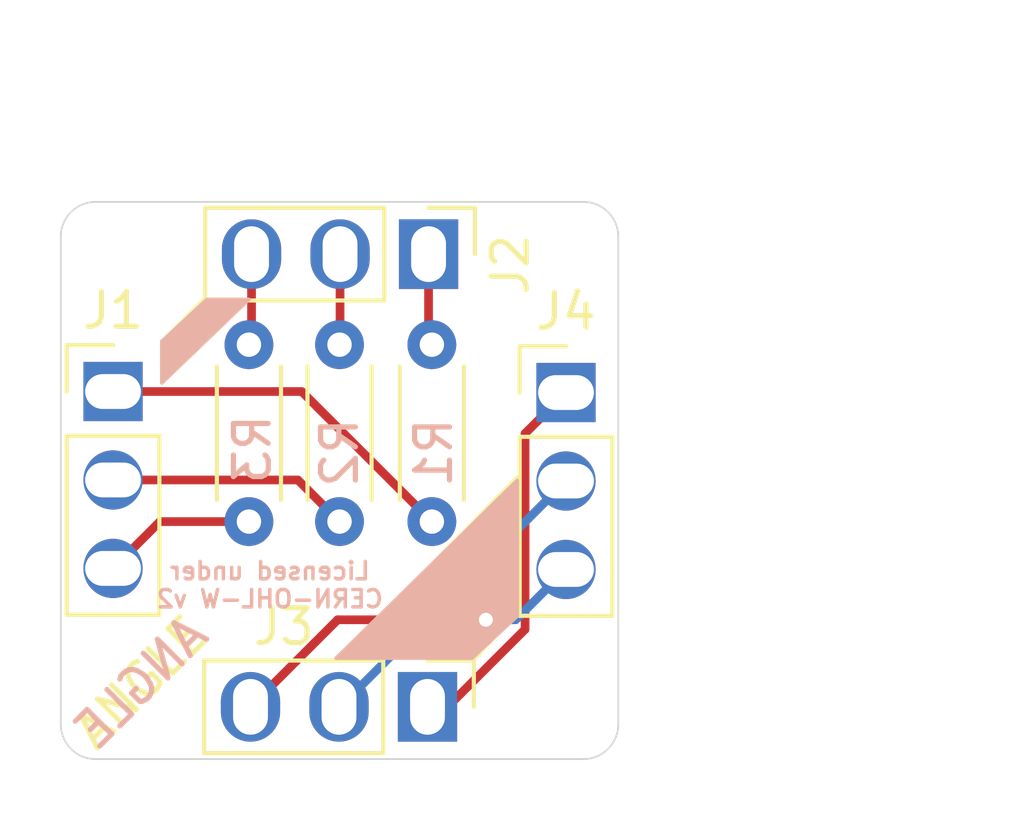
<source format=kicad_pcb>
(kicad_pcb (version 20171130) (host pcbnew "(5.1.6)-1")

  (general
    (thickness 1.6)
    (drawings 18)
    (tracks 23)
    (zones 0)
    (modules 7)
    (nets 10)
  )

  (page A4)
  (layers
    (0 F.Cu signal)
    (31 B.Cu signal)
    (32 B.Adhes user)
    (33 F.Adhes user)
    (34 B.Paste user)
    (35 F.Paste user)
    (36 B.SilkS user)
    (37 F.SilkS user)
    (38 B.Mask user)
    (39 F.Mask user)
    (40 Dwgs.User user)
    (41 Cmts.User user)
    (42 Eco1.User user)
    (43 Eco2.User user)
    (44 Edge.Cuts user)
    (45 Margin user)
    (46 B.CrtYd user)
    (47 F.CrtYd user)
    (48 B.Fab user)
    (49 F.Fab user)
  )

  (setup
    (last_trace_width 0.25)
    (trace_clearance 0.2)
    (zone_clearance 0.508)
    (zone_45_only no)
    (trace_min 0.2)
    (via_size 0.8)
    (via_drill 0.4)
    (via_min_size 0.4)
    (via_min_drill 0.3)
    (uvia_size 0.3)
    (uvia_drill 0.1)
    (uvias_allowed no)
    (uvia_min_size 0.2)
    (uvia_min_drill 0.1)
    (edge_width 0.05)
    (segment_width 0.2)
    (pcb_text_width 0.3)
    (pcb_text_size 1.5 1.5)
    (mod_edge_width 0.12)
    (mod_text_size 1 1)
    (mod_text_width 0.15)
    (pad_size 1.7 1.7)
    (pad_drill 1.6)
    (pad_to_mask_clearance 0.05)
    (aux_axis_origin 125 110)
    (grid_origin 125 110)
    (visible_elements 7FFFFFFF)
    (pcbplotparams
      (layerselection 0x010f0_ffffffff)
      (usegerberextensions true)
      (usegerberattributes true)
      (usegerberadvancedattributes true)
      (creategerberjobfile false)
      (excludeedgelayer true)
      (linewidth 0.100000)
      (plotframeref false)
      (viasonmask false)
      (mode 1)
      (useauxorigin false)
      (hpglpennumber 1)
      (hpglpenspeed 20)
      (hpglpendiameter 15.000000)
      (psnegative false)
      (psa4output false)
      (plotreference true)
      (plotvalue true)
      (plotinvisibletext false)
      (padsonsilk false)
      (subtractmaskfromsilk false)
      (outputformat 1)
      (mirror false)
      (drillshape 0)
      (scaleselection 1)
      (outputdirectory "gerber/"))
  )

  (net 0 "")
  (net 1 B)
  (net 2 R)
  (net 3 G)
  (net 4 V)
  (net 5 H)
  (net 6 GND)
  (net 7 "Net-(J2-Pad1)")
  (net 8 "Net-(J2-Pad2)")
  (net 9 "Net-(J2-Pad3)")

  (net_class Default "This is the default net class."
    (clearance 0.2)
    (trace_width 0.25)
    (via_dia 0.8)
    (via_drill 0.4)
    (uvia_dia 0.3)
    (uvia_drill 0.1)
    (add_net B)
    (add_net G)
    (add_net GND)
    (add_net H)
    (add_net "Net-(J2-Pad1)")
    (add_net "Net-(J2-Pad2)")
    (add_net "Net-(J2-Pad3)")
    (add_net R)
    (add_net V)
  )

  (module Connector_PinHeader_2.54mm:PinHeader_1x03_P2.54mm_Vertical (layer F.Cu) (tedit 629CC245) (tstamp 629D2B22)
    (at 139.5 99.475)
    (descr "Through hole straight pin header, 1x03, 2.54mm pitch, single row")
    (tags "Through hole pin header THT 1x03 2.54mm single row")
    (path /629E0958)
    (fp_text reference J4 (at 0 -2.33) (layer F.SilkS)
      (effects (font (size 1 1) (thickness 0.15)))
    )
    (fp_text value TO_VGA2 (at 0 7.41) (layer F.Fab)
      (effects (font (size 1 1) (thickness 0.15)))
    )
    (fp_line (start 1.8 -1.8) (end -1.8 -1.8) (layer F.CrtYd) (width 0.05))
    (fp_line (start 1.8 6.85) (end 1.8 -1.8) (layer F.CrtYd) (width 0.05))
    (fp_line (start -1.8 6.85) (end 1.8 6.85) (layer F.CrtYd) (width 0.05))
    (fp_line (start -1.8 -1.8) (end -1.8 6.85) (layer F.CrtYd) (width 0.05))
    (fp_line (start -1.33 -1.33) (end 0 -1.33) (layer F.SilkS) (width 0.12))
    (fp_line (start -1.33 0) (end -1.33 -1.33) (layer F.SilkS) (width 0.12))
    (fp_line (start -1.33 1.27) (end 1.33 1.27) (layer F.SilkS) (width 0.12))
    (fp_line (start 1.33 1.27) (end 1.33 6.41) (layer F.SilkS) (width 0.12))
    (fp_line (start -1.33 1.27) (end -1.33 6.41) (layer F.SilkS) (width 0.12))
    (fp_line (start -1.33 6.41) (end 1.33 6.41) (layer F.SilkS) (width 0.12))
    (fp_line (start -1.27 -0.635) (end -0.635 -1.27) (layer F.Fab) (width 0.1))
    (fp_line (start -1.27 6.35) (end -1.27 -0.635) (layer F.Fab) (width 0.1))
    (fp_line (start 1.27 6.35) (end -1.27 6.35) (layer F.Fab) (width 0.1))
    (fp_line (start 1.27 -1.27) (end 1.27 6.35) (layer F.Fab) (width 0.1))
    (fp_line (start -0.635 -1.27) (end 1.27 -1.27) (layer F.Fab) (width 0.1))
    (fp_text user %R (at 0 2.54 90) (layer F.Fab)
      (effects (font (size 1 1) (thickness 0.15)))
    )
    (pad 3 thru_hole oval (at 0 5.08) (size 1.7 1.7) (drill oval 1.6 1) (layers *.Cu *.Mask)
      (net 6 GND))
    (pad 2 thru_hole oval (at 0 2.54) (size 1.7 1.7) (drill oval 1.6 1) (layers *.Cu *.Mask)
      (net 4 V))
    (pad 1 thru_hole rect (at 0 0) (size 1.7 1.7) (drill oval 1.6 1) (layers *.Cu *.Mask)
      (net 5 H))
    (model ${KISYS3DMOD}/Connector_PinHeader_2.54mm.3dshapes/PinHeader_1x03_P2.54mm_Vertical.wrl
      (at (xyz 0 0 0))
      (scale (xyz 1 1 1))
      (rotate (xyz 0 0 0))
    )
  )

  (module Connector_PinHeader_2.54mm:PinHeader_1x03_P2.54mm_Vertical (layer F.Cu) (tedit 629CC1F8) (tstamp 629D2A5B)
    (at 126.5 99.445)
    (descr "Through hole straight pin header, 1x03, 2.54mm pitch, single row")
    (tags "Through hole pin header THT 1x03 2.54mm single row")
    (path /629E094E)
    (fp_text reference J1 (at 0 -2.33) (layer F.SilkS)
      (effects (font (size 1 1) (thickness 0.15)))
    )
    (fp_text value TO_VGA1 (at 0 7.41) (layer F.Fab)
      (effects (font (size 1 1) (thickness 0.15)))
    )
    (fp_line (start 1.8 -1.8) (end -1.8 -1.8) (layer F.CrtYd) (width 0.05))
    (fp_line (start 1.8 6.85) (end 1.8 -1.8) (layer F.CrtYd) (width 0.05))
    (fp_line (start -1.8 6.85) (end 1.8 6.85) (layer F.CrtYd) (width 0.05))
    (fp_line (start -1.8 -1.8) (end -1.8 6.85) (layer F.CrtYd) (width 0.05))
    (fp_line (start -1.33 -1.33) (end 0 -1.33) (layer F.SilkS) (width 0.12))
    (fp_line (start -1.33 0) (end -1.33 -1.33) (layer F.SilkS) (width 0.12))
    (fp_line (start -1.33 1.27) (end 1.33 1.27) (layer F.SilkS) (width 0.12))
    (fp_line (start 1.33 1.27) (end 1.33 6.41) (layer F.SilkS) (width 0.12))
    (fp_line (start -1.33 1.27) (end -1.33 6.41) (layer F.SilkS) (width 0.12))
    (fp_line (start -1.33 6.41) (end 1.33 6.41) (layer F.SilkS) (width 0.12))
    (fp_line (start -1.27 -0.635) (end -0.635 -1.27) (layer F.Fab) (width 0.1))
    (fp_line (start -1.27 6.35) (end -1.27 -0.635) (layer F.Fab) (width 0.1))
    (fp_line (start 1.27 6.35) (end -1.27 6.35) (layer F.Fab) (width 0.1))
    (fp_line (start 1.27 -1.27) (end 1.27 6.35) (layer F.Fab) (width 0.1))
    (fp_line (start -0.635 -1.27) (end 1.27 -1.27) (layer F.Fab) (width 0.1))
    (fp_text user %R (at 0 2.54 90) (layer F.Fab)
      (effects (font (size 1 1) (thickness 0.15)))
    )
    (pad 3 thru_hole oval (at 0 5.08) (size 1.7 1.7) (drill oval 1.6 1) (layers *.Cu *.Mask)
      (net 1 B))
    (pad 2 thru_hole oval (at 0 2.54) (size 1.7 1.7) (drill oval 1.6 1) (layers *.Cu *.Mask)
      (net 3 G))
    (pad 1 thru_hole rect (at 0 0) (size 1.7 1.7) (drill oval 1.6 1) (layers *.Cu *.Mask)
      (net 2 R))
    (model ${KISYS3DMOD}/Connector_PinHeader_2.54mm.3dshapes/PinHeader_1x03_P2.54mm_Vertical.wrl
      (at (xyz 0 0 0))
      (scale (xyz 1 1 1))
      (rotate (xyz 0 0 0))
    )
  )

  (module Resistor_THT:R_Axial_DIN0204_L3.6mm_D1.6mm_P5.08mm_Horizontal (layer F.Cu) (tedit 5AE5139B) (tstamp 629D2353)
    (at 130.4 98.1 270)
    (descr "Resistor, Axial_DIN0204 series, Axial, Horizontal, pin pitch=5.08mm, 0.167W, length*diameter=3.6*1.6mm^2, http://cdn-reichelt.de/documents/datenblatt/B400/1_4W%23YAG.pdf")
    (tags "Resistor Axial_DIN0204 series Axial Horizontal pin pitch 5.08mm 0.167W length 3.6mm diameter 1.6mm")
    (path /629E3F88)
    (fp_text reference R3 (at 3 -0.1 90) (layer B.SilkS)
      (effects (font (size 1 1) (thickness 0.15)) (justify mirror))
    )
    (fp_text value 150R (at 2.54 1.92 90) (layer F.Fab)
      (effects (font (size 1 1) (thickness 0.15)))
    )
    (fp_line (start 6.03 -1.05) (end -0.95 -1.05) (layer F.CrtYd) (width 0.05))
    (fp_line (start 6.03 1.05) (end 6.03 -1.05) (layer F.CrtYd) (width 0.05))
    (fp_line (start -0.95 1.05) (end 6.03 1.05) (layer F.CrtYd) (width 0.05))
    (fp_line (start -0.95 -1.05) (end -0.95 1.05) (layer F.CrtYd) (width 0.05))
    (fp_line (start 0.62 0.92) (end 4.46 0.92) (layer F.SilkS) (width 0.12))
    (fp_line (start 0.62 -0.92) (end 4.46 -0.92) (layer F.SilkS) (width 0.12))
    (fp_line (start 5.08 0) (end 4.34 0) (layer F.Fab) (width 0.1))
    (fp_line (start 0 0) (end 0.74 0) (layer F.Fab) (width 0.1))
    (fp_line (start 4.34 -0.8) (end 0.74 -0.8) (layer F.Fab) (width 0.1))
    (fp_line (start 4.34 0.8) (end 4.34 -0.8) (layer F.Fab) (width 0.1))
    (fp_line (start 0.74 0.8) (end 4.34 0.8) (layer F.Fab) (width 0.1))
    (fp_line (start 0.74 -0.8) (end 0.74 0.8) (layer F.Fab) (width 0.1))
    (fp_text user %R (at 2.54 0 90) (layer F.Fab)
      (effects (font (size 0.72 0.72) (thickness 0.108)))
    )
    (pad 2 thru_hole oval (at 5.08 0 270) (size 1.4 1.4) (drill 0.7) (layers *.Cu *.Mask)
      (net 1 B))
    (pad 1 thru_hole circle (at 0 0 270) (size 1.4 1.4) (drill 0.7) (layers *.Cu *.Mask)
      (net 9 "Net-(J2-Pad3)"))
    (model ${KISYS3DMOD}/Resistor_THT.3dshapes/R_Axial_DIN0204_L3.6mm_D1.6mm_P5.08mm_Horizontal.wrl
      (at (xyz 0 0 0))
      (scale (xyz 1 1 1))
      (rotate (xyz 0 0 0))
    )
  )

  (module Resistor_THT:R_Axial_DIN0204_L3.6mm_D1.6mm_P5.08mm_Horizontal (layer F.Cu) (tedit 5AE5139B) (tstamp 629D2340)
    (at 133 98.1 270)
    (descr "Resistor, Axial_DIN0204 series, Axial, Horizontal, pin pitch=5.08mm, 0.167W, length*diameter=3.6*1.6mm^2, http://cdn-reichelt.de/documents/datenblatt/B400/1_4W%23YAG.pdf")
    (tags "Resistor Axial_DIN0204 series Axial Horizontal pin pitch 5.08mm 0.167W length 3.6mm diameter 1.6mm")
    (path /629E3A77)
    (fp_text reference R2 (at 3.1 0 90) (layer B.SilkS)
      (effects (font (size 1 1) (thickness 0.15)) (justify mirror))
    )
    (fp_text value 150R (at 2.54 1.92 90) (layer F.Fab)
      (effects (font (size 1 1) (thickness 0.15)))
    )
    (fp_line (start 6.03 -1.05) (end -0.95 -1.05) (layer F.CrtYd) (width 0.05))
    (fp_line (start 6.03 1.05) (end 6.03 -1.05) (layer F.CrtYd) (width 0.05))
    (fp_line (start -0.95 1.05) (end 6.03 1.05) (layer F.CrtYd) (width 0.05))
    (fp_line (start -0.95 -1.05) (end -0.95 1.05) (layer F.CrtYd) (width 0.05))
    (fp_line (start 0.62 0.92) (end 4.46 0.92) (layer F.SilkS) (width 0.12))
    (fp_line (start 0.62 -0.92) (end 4.46 -0.92) (layer F.SilkS) (width 0.12))
    (fp_line (start 5.08 0) (end 4.34 0) (layer F.Fab) (width 0.1))
    (fp_line (start 0 0) (end 0.74 0) (layer F.Fab) (width 0.1))
    (fp_line (start 4.34 -0.8) (end 0.74 -0.8) (layer F.Fab) (width 0.1))
    (fp_line (start 4.34 0.8) (end 4.34 -0.8) (layer F.Fab) (width 0.1))
    (fp_line (start 0.74 0.8) (end 4.34 0.8) (layer F.Fab) (width 0.1))
    (fp_line (start 0.74 -0.8) (end 0.74 0.8) (layer F.Fab) (width 0.1))
    (fp_text user %R (at 2.54 0 90) (layer F.Fab)
      (effects (font (size 0.72 0.72) (thickness 0.108)))
    )
    (pad 2 thru_hole oval (at 5.08 0 270) (size 1.4 1.4) (drill 0.7) (layers *.Cu *.Mask)
      (net 3 G))
    (pad 1 thru_hole circle (at 0 0 270) (size 1.4 1.4) (drill 0.7) (layers *.Cu *.Mask)
      (net 8 "Net-(J2-Pad2)"))
    (model ${KISYS3DMOD}/Resistor_THT.3dshapes/R_Axial_DIN0204_L3.6mm_D1.6mm_P5.08mm_Horizontal.wrl
      (at (xyz 0 0 0))
      (scale (xyz 1 1 1))
      (rotate (xyz 0 0 0))
    )
  )

  (module Resistor_THT:R_Axial_DIN0204_L3.6mm_D1.6mm_P5.08mm_Horizontal (layer F.Cu) (tedit 5AE5139B) (tstamp 629D232D)
    (at 135.65 98.1 270)
    (descr "Resistor, Axial_DIN0204 series, Axial, Horizontal, pin pitch=5.08mm, 0.167W, length*diameter=3.6*1.6mm^2, http://cdn-reichelt.de/documents/datenblatt/B400/1_4W%23YAG.pdf")
    (tags "Resistor Axial_DIN0204 series Axial Horizontal pin pitch 5.08mm 0.167W length 3.6mm diameter 1.6mm")
    (path /629E26AA)
    (fp_text reference R1 (at 3.1 -0.05 90) (layer B.SilkS)
      (effects (font (size 1 1) (thickness 0.15)) (justify mirror))
    )
    (fp_text value 150R (at 2.54 1.92 90) (layer F.Fab)
      (effects (font (size 1 1) (thickness 0.15)))
    )
    (fp_line (start 6.03 -1.05) (end -0.95 -1.05) (layer F.CrtYd) (width 0.05))
    (fp_line (start 6.03 1.05) (end 6.03 -1.05) (layer F.CrtYd) (width 0.05))
    (fp_line (start -0.95 1.05) (end 6.03 1.05) (layer F.CrtYd) (width 0.05))
    (fp_line (start -0.95 -1.05) (end -0.95 1.05) (layer F.CrtYd) (width 0.05))
    (fp_line (start 0.62 0.92) (end 4.46 0.92) (layer F.SilkS) (width 0.12))
    (fp_line (start 0.62 -0.92) (end 4.46 -0.92) (layer F.SilkS) (width 0.12))
    (fp_line (start 5.08 0) (end 4.34 0) (layer F.Fab) (width 0.1))
    (fp_line (start 0 0) (end 0.74 0) (layer F.Fab) (width 0.1))
    (fp_line (start 4.34 -0.8) (end 0.74 -0.8) (layer F.Fab) (width 0.1))
    (fp_line (start 4.34 0.8) (end 4.34 -0.8) (layer F.Fab) (width 0.1))
    (fp_line (start 0.74 0.8) (end 4.34 0.8) (layer F.Fab) (width 0.1))
    (fp_line (start 0.74 -0.8) (end 0.74 0.8) (layer F.Fab) (width 0.1))
    (fp_text user %R (at 2.54 0 90) (layer F.Fab)
      (effects (font (size 0.72 0.72) (thickness 0.108)))
    )
    (pad 2 thru_hole oval (at 5.08 0 270) (size 1.4 1.4) (drill 0.7) (layers *.Cu *.Mask)
      (net 2 R))
    (pad 1 thru_hole circle (at 0 0 270) (size 1.4 1.4) (drill 0.7) (layers *.Cu *.Mask)
      (net 7 "Net-(J2-Pad1)"))
    (model ${KISYS3DMOD}/Resistor_THT.3dshapes/R_Axial_DIN0204_L3.6mm_D1.6mm_P5.08mm_Horizontal.wrl
      (at (xyz 0 0 0))
      (scale (xyz 1 1 1))
      (rotate (xyz 0 0 0))
    )
  )

  (module Connector_PinHeader_2.54mm:PinHeader_1x03_P2.54mm_Vertical (layer F.Cu) (tedit 6284B52A) (tstamp 62631DE2)
    (at 135.525 108.5 270)
    (descr "Through hole straight pin header, 1x03, 2.54mm pitch, single row")
    (tags "Through hole pin header THT 1x03 2.54mm single row")
    (path /6263D794)
    (fp_text reference J3 (at -2.3 4.125 180) (layer F.SilkS)
      (effects (font (size 1 1) (thickness 0.15)))
    )
    (fp_text value TO_VGA2 (at 0 7.41 90) (layer F.Fab)
      (effects (font (size 1 1) (thickness 0.15)))
    )
    (fp_line (start 1.8 -1.8) (end -1.8 -1.8) (layer F.CrtYd) (width 0.05))
    (fp_line (start 1.8 6.85) (end 1.8 -1.8) (layer F.CrtYd) (width 0.05))
    (fp_line (start -1.8 6.85) (end 1.8 6.85) (layer F.CrtYd) (width 0.05))
    (fp_line (start -1.8 -1.8) (end -1.8 6.85) (layer F.CrtYd) (width 0.05))
    (fp_line (start -1.33 -1.33) (end 0 -1.33) (layer F.SilkS) (width 0.12))
    (fp_line (start -1.33 0) (end -1.33 -1.33) (layer F.SilkS) (width 0.12))
    (fp_line (start -1.33 1.27) (end 1.33 1.27) (layer F.SilkS) (width 0.12))
    (fp_line (start 1.33 1.27) (end 1.33 6.41) (layer F.SilkS) (width 0.12))
    (fp_line (start -1.33 1.27) (end -1.33 6.41) (layer F.SilkS) (width 0.12))
    (fp_line (start -1.33 6.41) (end 1.33 6.41) (layer F.SilkS) (width 0.12))
    (fp_line (start -1.27 -0.635) (end -0.635 -1.27) (layer F.Fab) (width 0.1))
    (fp_line (start -1.27 6.35) (end -1.27 -0.635) (layer F.Fab) (width 0.1))
    (fp_line (start 1.27 6.35) (end -1.27 6.35) (layer F.Fab) (width 0.1))
    (fp_line (start 1.27 -1.27) (end 1.27 6.35) (layer F.Fab) (width 0.1))
    (fp_line (start -0.635 -1.27) (end 1.27 -1.27) (layer F.Fab) (width 0.1))
    (fp_text user %R (at 0 2.54) (layer F.Fab)
      (effects (font (size 1 1) (thickness 0.15)))
    )
    (pad 3 thru_hole oval (at 0 5.08 270) (size 2 1.7) (drill oval 1.6 1) (layers *.Cu *.Mask)
      (net 6 GND))
    (pad 2 thru_hole oval (at 0 2.54 270) (size 2 1.7) (drill oval 1.6 1) (layers *.Cu *.Mask)
      (net 4 V))
    (pad 1 thru_hole rect (at 0 0 270) (size 2 1.7) (drill oval 1.6 1) (layers *.Cu *.Mask)
      (net 5 H))
    (model ${KISYS3DMOD}/Connector_PinHeader_2.54mm.3dshapes/PinHeader_1x03_P2.54mm_Vertical.wrl
      (at (xyz 0 0 0))
      (scale (xyz 1 1 1))
      (rotate (xyz 0 0 0))
    )
  )

  (module Connector_PinHeader_2.54mm:PinHeader_1x03_P2.54mm_Vertical (layer F.Cu) (tedit 6284B515) (tstamp 62631DCB)
    (at 135.555 95.5 270)
    (descr "Through hole straight pin header, 1x03, 2.54mm pitch, single row")
    (tags "Through hole pin header THT 1x03 2.54mm single row")
    (path /6263C9B5)
    (fp_text reference J2 (at 0.3 -2.345 90) (layer F.SilkS)
      (effects (font (size 1 1) (thickness 0.15)))
    )
    (fp_text value TO_VGA1 (at 0 7.41 90) (layer F.Fab)
      (effects (font (size 1 1) (thickness 0.15)))
    )
    (fp_line (start 1.8 -1.8) (end -1.8 -1.8) (layer F.CrtYd) (width 0.05))
    (fp_line (start 1.8 6.85) (end 1.8 -1.8) (layer F.CrtYd) (width 0.05))
    (fp_line (start -1.8 6.85) (end 1.8 6.85) (layer F.CrtYd) (width 0.05))
    (fp_line (start -1.8 -1.8) (end -1.8 6.85) (layer F.CrtYd) (width 0.05))
    (fp_line (start -1.33 -1.33) (end 0 -1.33) (layer F.SilkS) (width 0.12))
    (fp_line (start -1.33 0) (end -1.33 -1.33) (layer F.SilkS) (width 0.12))
    (fp_line (start -1.33 1.27) (end 1.33 1.27) (layer F.SilkS) (width 0.12))
    (fp_line (start 1.33 1.27) (end 1.33 6.41) (layer F.SilkS) (width 0.12))
    (fp_line (start -1.33 1.27) (end -1.33 6.41) (layer F.SilkS) (width 0.12))
    (fp_line (start -1.33 6.41) (end 1.33 6.41) (layer F.SilkS) (width 0.12))
    (fp_line (start -1.27 -0.635) (end -0.635 -1.27) (layer F.Fab) (width 0.1))
    (fp_line (start -1.27 6.35) (end -1.27 -0.635) (layer F.Fab) (width 0.1))
    (fp_line (start 1.27 6.35) (end -1.27 6.35) (layer F.Fab) (width 0.1))
    (fp_line (start 1.27 -1.27) (end 1.27 6.35) (layer F.Fab) (width 0.1))
    (fp_line (start -0.635 -1.27) (end 1.27 -1.27) (layer F.Fab) (width 0.1))
    (fp_text user %R (at 0 2.54) (layer F.Fab)
      (effects (font (size 1 1) (thickness 0.15)))
    )
    (pad 3 thru_hole oval (at 0 5.08 270) (size 2 1.7) (drill oval 1.6 1) (layers *.Cu *.Mask)
      (net 9 "Net-(J2-Pad3)"))
    (pad 2 thru_hole oval (at 0 2.54 270) (size 2 1.7) (drill oval 1.6 1) (layers *.Cu *.Mask)
      (net 8 "Net-(J2-Pad2)"))
    (pad 1 thru_hole rect (at 0 0 270) (size 2 1.7) (drill oval 1.6 1) (layers *.Cu *.Mask)
      (net 7 "Net-(J2-Pad1)"))
    (model ${KISYS3DMOD}/Connector_PinHeader_2.54mm.3dshapes/PinHeader_1x03_P2.54mm_Vertical.wrl
      (at (xyz 0 0 0))
      (scale (xyz 1 1 1))
      (rotate (xyz 0 0 0))
    )
  )

  (gr_text "Licensed under\nCERN-OHL-W v2" (at 131 105) (layer B.SilkS)
    (effects (font (size 0.5 0.5) (thickness 0.1)) (justify mirror))
  )
  (dimension 8 (width 0.15) (layer Dwgs.User)
    (gr_text "8.000 mm" (at 151.3 106 90) (layer Dwgs.User)
      (effects (font (size 1 1) (thickness 0.15)))
    )
    (feature1 (pts (xy 141 102) (xy 150.586421 102)))
    (feature2 (pts (xy 141 110) (xy 150.586421 110)))
    (crossbar (pts (xy 150 110) (xy 150 102)))
    (arrow1a (pts (xy 150 102) (xy 150.586421 103.126504)))
    (arrow1b (pts (xy 150 102) (xy 149.413579 103.126504)))
    (arrow2a (pts (xy 150 110) (xy 150.586421 108.873496)))
    (arrow2b (pts (xy 150 110) (xy 149.413579 108.873496)))
  )
  (gr_text ANGLE (at 127.3 107.8 45) (layer B.SilkS) (tstamp 6284B99B)
    (effects (font (size 1 1) (thickness 0.15)) (justify mirror))
  )
  (gr_poly (pts (xy 130.4 96.8) (xy 129.2 96.8) (xy 127.9 98) (xy 127.9 99.2)) (layer B.SilkS) (width 0.1) (tstamp 6284B932))
  (gr_poly (pts (xy 132.9 107.1) (xy 136.8 107.1) (xy 138.1 105.9) (xy 138.1 102)) (layer B.SilkS) (width 0.1) (tstamp 6284B92C))
  (gr_poly (pts (xy 138.1 101.9) (xy 138.1 105.8) (xy 136.9 107.1) (xy 133 107.1)) (layer F.SilkS) (width 0.1) (tstamp 6284B928))
  (gr_poly (pts (xy 127.9 99.2) (xy 127.9 98) (xy 129.1 96.8) (xy 130.4 96.8)) (layer F.SilkS) (width 0.1))
  (gr_arc (start 126 109) (end 125 109) (angle -90) (layer Edge.Cuts) (width 0.05))
  (gr_arc (start 126 95) (end 126 94) (angle -90) (layer Edge.Cuts) (width 0.05))
  (gr_arc (start 140 95) (end 141 95) (angle -90) (layer Edge.Cuts) (width 0.05))
  (gr_arc (start 140 109) (end 140 110) (angle -90) (layer Edge.Cuts) (width 0.05))
  (gr_line (start 126 94) (end 140 94) (layer Edge.Cuts) (width 0.05) (tstamp 626487CA))
  (gr_line (start 125 109) (end 125 95) (layer Edge.Cuts) (width 0.05))
  (gr_line (start 140 110) (end 126 110) (layer Edge.Cuts) (width 0.05))
  (gr_line (start 141 95) (end 141 109) (layer Edge.Cuts) (width 0.05))
  (dimension 16 (width 0.15) (layer Dwgs.User)
    (gr_text "16.000 mm" (at 133 88.9) (layer Dwgs.User)
      (effects (font (size 1 1) (thickness 0.15)))
    )
    (feature1 (pts (xy 125 94) (xy 125 89.613579)))
    (feature2 (pts (xy 141 94) (xy 141 89.613579)))
    (crossbar (pts (xy 141 90.2) (xy 125 90.2)))
    (arrow1a (pts (xy 125 90.2) (xy 126.126504 89.613579)))
    (arrow1b (pts (xy 125 90.2) (xy 126.126504 90.786421)))
    (arrow2a (pts (xy 141 90.2) (xy 139.873496 89.613579)))
    (arrow2b (pts (xy 141 90.2) (xy 139.873496 90.786421)))
  )
  (dimension 16 (width 0.15) (layer Dwgs.User)
    (gr_text "16.000 mm" (at 145.9 102 270) (layer Dwgs.User)
      (effects (font (size 1 1) (thickness 0.15)))
    )
    (feature1 (pts (xy 141 110) (xy 145.186421 110)))
    (feature2 (pts (xy 141 94) (xy 145.186421 94)))
    (crossbar (pts (xy 144.6 94) (xy 144.6 110)))
    (arrow1a (pts (xy 144.6 110) (xy 144.013579 108.873496)))
    (arrow1b (pts (xy 144.6 110) (xy 145.186421 108.873496)))
    (arrow2a (pts (xy 144.6 94) (xy 144.013579 95.126504)))
    (arrow2b (pts (xy 144.6 94) (xy 145.186421 95.126504)))
  )
  (gr_text ANGLE (at 127.3 107.8 45) (layer F.SilkS)
    (effects (font (size 1 1) (thickness 0.15)))
  )

  (segment (start 127.845 103.18) (end 126.5 104.525) (width 0.25) (layer F.Cu) (net 1))
  (segment (start 130.4 103.18) (end 127.845 103.18) (width 0.25) (layer F.Cu) (net 1))
  (segment (start 131.915 99.445) (end 135.65 103.18) (width 0.25) (layer F.Cu) (net 2))
  (segment (start 126.5 99.445) (end 131.915 99.445) (width 0.25) (layer F.Cu) (net 2))
  (segment (start 131.805 101.985) (end 133 103.18) (width 0.25) (layer F.Cu) (net 3))
  (segment (start 126.5 101.985) (end 131.805 101.985) (width 0.25) (layer F.Cu) (net 3))
  (segment (start 133.015 108.5) (end 132.985 108.5) (width 0.25) (layer B.Cu) (net 4))
  (segment (start 139.5 102.015) (end 133.015 108.5) (width 0.25) (layer B.Cu) (net 4))
  (segment (start 135.525 108.5) (end 136.1 108.5) (width 0.25) (layer F.Cu) (net 5))
  (segment (start 138.324999 100.650001) (end 139.5 99.475) (width 0.25) (layer F.Cu) (net 5))
  (segment (start 138.324999 106.275001) (end 138.324999 100.650001) (width 0.25) (layer F.Cu) (net 5))
  (segment (start 136.1 108.5) (end 138.324999 106.275001) (width 0.25) (layer F.Cu) (net 5))
  (segment (start 139.5 104.555) (end 138.055 106) (width 0.25) (layer B.Cu) (net 6))
  (via (at 137.2 106) (size 0.8) (drill 0.4) (layers F.Cu B.Cu) (net 6))
  (segment (start 138.055 106) (end 137.2 106) (width 0.25) (layer B.Cu) (net 6))
  (segment (start 132.945 106) (end 130.445 108.5) (width 0.25) (layer F.Cu) (net 6))
  (segment (start 137.2 106) (end 132.945 106) (width 0.25) (layer F.Cu) (net 6))
  (segment (start 135.555 98.005) (end 135.65 98.1) (width 0.25) (layer F.Cu) (net 7))
  (segment (start 135.555 95.5) (end 135.555 98.005) (width 0.25) (layer F.Cu) (net 7))
  (segment (start 133.015 98.085) (end 133 98.1) (width 0.25) (layer F.Cu) (net 8))
  (segment (start 133.015 95.5) (end 133.015 98.085) (width 0.25) (layer F.Cu) (net 8))
  (segment (start 130.475 98.025) (end 130.4 98.1) (width 0.25) (layer F.Cu) (net 9))
  (segment (start 130.475 95.5) (end 130.475 98.025) (width 0.25) (layer F.Cu) (net 9))

)

</source>
